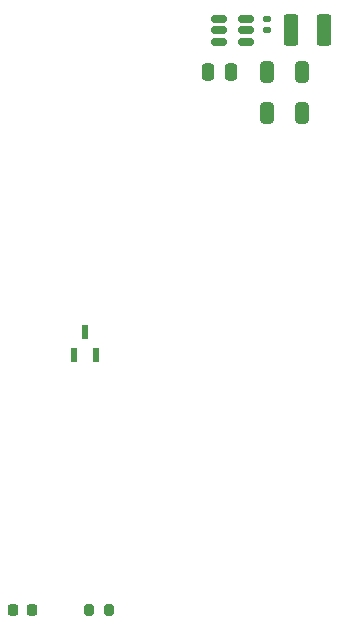
<source format=gtp>
%TF.GenerationSoftware,KiCad,Pcbnew,9.0.0*%
%TF.CreationDate,2025-04-21T16:07:22-04:00*%
%TF.ProjectId,brainfreeze,62726169-6e66-4726-9565-7a652e6b6963,rev?*%
%TF.SameCoordinates,Original*%
%TF.FileFunction,Paste,Top*%
%TF.FilePolarity,Positive*%
%FSLAX46Y46*%
G04 Gerber Fmt 4.6, Leading zero omitted, Abs format (unit mm)*
G04 Created by KiCad (PCBNEW 9.0.0) date 2025-04-21 16:07:22*
%MOMM*%
%LPD*%
G01*
G04 APERTURE LIST*
G04 Aperture macros list*
%AMRoundRect*
0 Rectangle with rounded corners*
0 $1 Rounding radius*
0 $2 $3 $4 $5 $6 $7 $8 $9 X,Y pos of 4 corners*
0 Add a 4 corners polygon primitive as box body*
4,1,4,$2,$3,$4,$5,$6,$7,$8,$9,$2,$3,0*
0 Add four circle primitives for the rounded corners*
1,1,$1+$1,$2,$3*
1,1,$1+$1,$4,$5*
1,1,$1+$1,$6,$7*
1,1,$1+$1,$8,$9*
0 Add four rect primitives between the rounded corners*
20,1,$1+$1,$2,$3,$4,$5,0*
20,1,$1+$1,$4,$5,$6,$7,0*
20,1,$1+$1,$6,$7,$8,$9,0*
20,1,$1+$1,$8,$9,$2,$3,0*%
G04 Aperture macros list end*
%ADD10RoundRect,0.150000X-0.512500X-0.150000X0.512500X-0.150000X0.512500X0.150000X-0.512500X0.150000X0*%
%ADD11RoundRect,0.250000X-0.250000X-0.475000X0.250000X-0.475000X0.250000X0.475000X-0.250000X0.475000X0*%
%ADD12RoundRect,0.140000X-0.170000X0.140000X-0.170000X-0.140000X0.170000X-0.140000X0.170000X0.140000X0*%
%ADD13RoundRect,0.250000X0.325000X0.650000X-0.325000X0.650000X-0.325000X-0.650000X0.325000X-0.650000X0*%
%ADD14R,0.558800X1.270000*%
%ADD15RoundRect,0.218750X-0.218750X-0.256250X0.218750X-0.256250X0.218750X0.256250X-0.218750X0.256250X0*%
%ADD16RoundRect,0.200000X-0.200000X-0.275000X0.200000X-0.275000X0.200000X0.275000X-0.200000X0.275000X0*%
%ADD17RoundRect,0.250000X-0.375000X-1.075000X0.375000X-1.075000X0.375000X1.075000X-0.375000X1.075000X0*%
G04 APERTURE END LIST*
D10*
X197362500Y-95450000D03*
X197362500Y-96400000D03*
X197362500Y-97350000D03*
X199637500Y-97350000D03*
X199637500Y-96400000D03*
X199637500Y-95450000D03*
D11*
X196450000Y-99900000D03*
X198350000Y-99900000D03*
D12*
X201400000Y-95440000D03*
X201400000Y-96400000D03*
D13*
X204375000Y-99900000D03*
X201425000Y-99900000D03*
D14*
X185070002Y-123900000D03*
X186900000Y-123900000D03*
X185985001Y-121969600D03*
D13*
X204375000Y-103400000D03*
X201425000Y-103400000D03*
D15*
X179925000Y-145500000D03*
X181500000Y-145500000D03*
D16*
X186350000Y-145500000D03*
X188000000Y-145500000D03*
D17*
X203400000Y-96400000D03*
X206200000Y-96400000D03*
M02*

</source>
